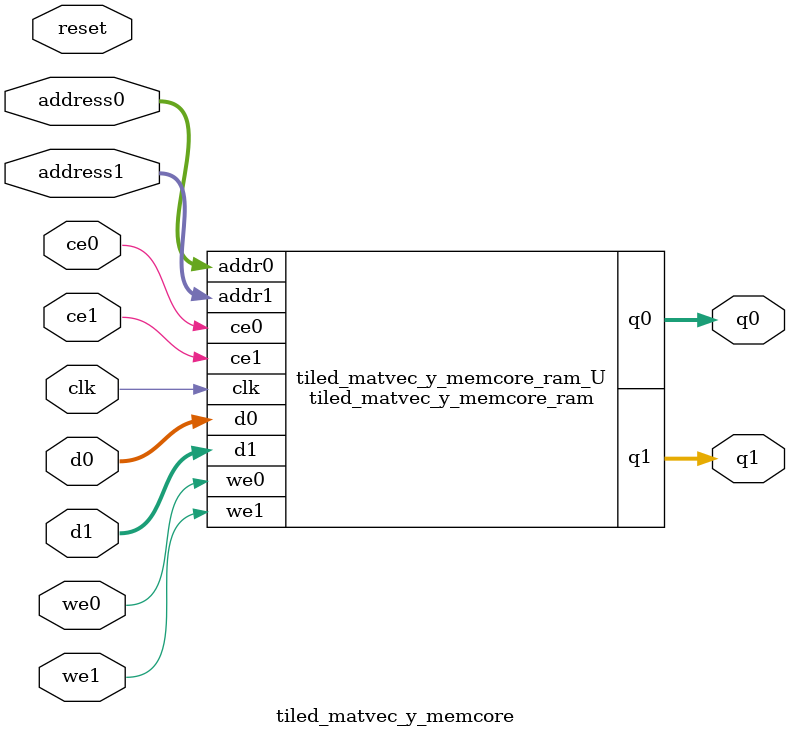
<source format=v>
`timescale 1 ns / 1 ps
module tiled_matvec_y_memcore_ram (addr0, ce0, d0, we0, q0, addr1, ce1, d1, we1, q1,  clk);

parameter DWIDTH = 32;
parameter AWIDTH = 2;
parameter MEM_SIZE = 4;

input[AWIDTH-1:0] addr0;
input ce0;
input[DWIDTH-1:0] d0;
input we0;
output reg[DWIDTH-1:0] q0;
input[AWIDTH-1:0] addr1;
input ce1;
input[DWIDTH-1:0] d1;
input we1;
output reg[DWIDTH-1:0] q1;
input clk;

(* ram_style = "distributed" *)reg [DWIDTH-1:0] ram[0:MEM_SIZE-1];




always @(posedge clk)  
begin 
    if (ce0) begin
        if (we0) 
            ram[addr0] <= d0; 
        q0 <= ram[addr0];
    end
end


always @(posedge clk)  
begin 
    if (ce1) begin
        if (we1) 
            ram[addr1] <= d1; 
        q1 <= ram[addr1];
    end
end


endmodule

`timescale 1 ns / 1 ps
module tiled_matvec_y_memcore(
    reset,
    clk,
    address0,
    ce0,
    we0,
    d0,
    q0,
    address1,
    ce1,
    we1,
    d1,
    q1);

parameter DataWidth = 32'd32;
parameter AddressRange = 32'd4;
parameter AddressWidth = 32'd2;
input reset;
input clk;
input[AddressWidth - 1:0] address0;
input ce0;
input we0;
input[DataWidth - 1:0] d0;
output[DataWidth - 1:0] q0;
input[AddressWidth - 1:0] address1;
input ce1;
input we1;
input[DataWidth - 1:0] d1;
output[DataWidth - 1:0] q1;



tiled_matvec_y_memcore_ram tiled_matvec_y_memcore_ram_U(
    .clk( clk ),
    .addr0( address0 ),
    .ce0( ce0 ),
    .we0( we0 ),
    .d0( d0 ),
    .q0( q0 ),
    .addr1( address1 ),
    .ce1( ce1 ),
    .we1( we1 ),
    .d1( d1 ),
    .q1( q1 ));

endmodule


</source>
